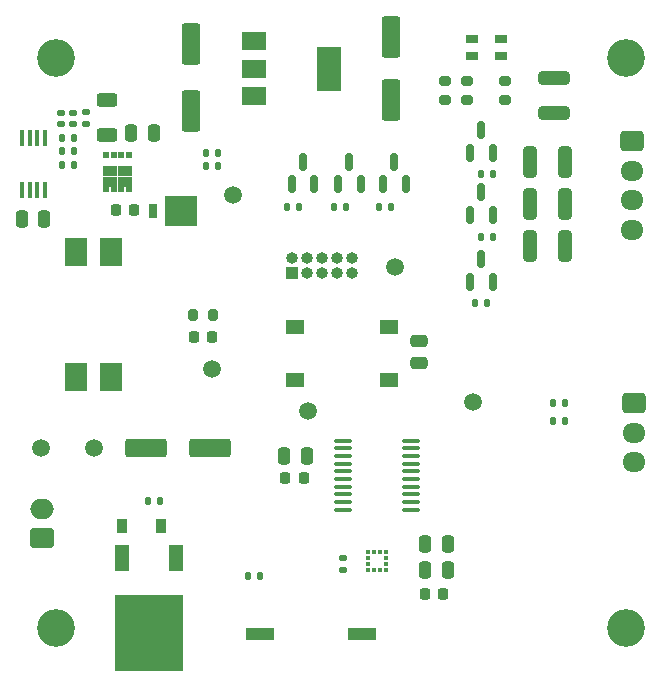
<source format=gts>
%TF.GenerationSoftware,KiCad,Pcbnew,(6.0.1-0)*%
%TF.CreationDate,2022-04-18T21:10:33-05:00*%
%TF.ProjectId,tackle_sensor_hardware,7461636b-6c65-45f7-9365-6e736f725f68,rev?*%
%TF.SameCoordinates,Original*%
%TF.FileFunction,Soldermask,Top*%
%TF.FilePolarity,Negative*%
%FSLAX46Y46*%
G04 Gerber Fmt 4.6, Leading zero omitted, Abs format (unit mm)*
G04 Created by KiCad (PCBNEW (6.0.1-0)) date 2022-04-18 21:10:33*
%MOMM*%
%LPD*%
G01*
G04 APERTURE LIST*
G04 Aperture macros list*
%AMRoundRect*
0 Rectangle with rounded corners*
0 $1 Rounding radius*
0 $2 $3 $4 $5 $6 $7 $8 $9 X,Y pos of 4 corners*
0 Add a 4 corners polygon primitive as box body*
4,1,4,$2,$3,$4,$5,$6,$7,$8,$9,$2,$3,0*
0 Add four circle primitives for the rounded corners*
1,1,$1+$1,$2,$3*
1,1,$1+$1,$4,$5*
1,1,$1+$1,$6,$7*
1,1,$1+$1,$8,$9*
0 Add four rect primitives between the rounded corners*
20,1,$1+$1,$2,$3,$4,$5,0*
20,1,$1+$1,$4,$5,$6,$7,0*
20,1,$1+$1,$6,$7,$8,$9,0*
20,1,$1+$1,$8,$9,$2,$3,0*%
G04 Aperture macros list end*
%ADD10RoundRect,0.250000X-0.725000X0.600000X-0.725000X-0.600000X0.725000X-0.600000X0.725000X0.600000X0*%
%ADD11O,1.950000X1.700000*%
%ADD12RoundRect,0.100000X-0.637500X-0.100000X0.637500X-0.100000X0.637500X0.100000X-0.637500X0.100000X0*%
%ADD13C,3.200000*%
%ADD14RoundRect,0.250000X0.750000X-0.600000X0.750000X0.600000X-0.750000X0.600000X-0.750000X-0.600000X0*%
%ADD15O,2.000000X1.700000*%
%ADD16RoundRect,0.200000X-0.200000X-0.275000X0.200000X-0.275000X0.200000X0.275000X-0.200000X0.275000X0*%
%ADD17RoundRect,0.135000X-0.135000X-0.185000X0.135000X-0.185000X0.135000X0.185000X-0.135000X0.185000X0*%
%ADD18RoundRect,0.150000X0.150000X-0.587500X0.150000X0.587500X-0.150000X0.587500X-0.150000X-0.587500X0*%
%ADD19C,1.500000*%
%ADD20RoundRect,0.135000X0.135000X0.185000X-0.135000X0.185000X-0.135000X-0.185000X0.135000X-0.185000X0*%
%ADD21R,2.440000X1.120000*%
%ADD22R,0.450000X1.450000*%
%ADD23RoundRect,0.140000X0.170000X-0.140000X0.170000X0.140000X-0.170000X0.140000X-0.170000X-0.140000X0*%
%ADD24RoundRect,0.225000X-0.225000X-0.250000X0.225000X-0.250000X0.225000X0.250000X-0.225000X0.250000X0*%
%ADD25RoundRect,0.250000X-0.250000X-0.475000X0.250000X-0.475000X0.250000X0.475000X-0.250000X0.475000X0*%
%ADD26R,0.500000X0.630000*%
%ADD27R,1.230000X0.950000*%
%ADD28RoundRect,0.200000X-0.275000X0.200000X-0.275000X-0.200000X0.275000X-0.200000X0.275000X0.200000X0*%
%ADD29RoundRect,0.135000X0.185000X-0.135000X0.185000X0.135000X-0.185000X0.135000X-0.185000X-0.135000X0*%
%ADD30RoundRect,0.250000X0.250000X0.475000X-0.250000X0.475000X-0.250000X-0.475000X0.250000X-0.475000X0*%
%ADD31R,1.550000X1.300000*%
%ADD32R,0.350000X0.375000*%
%ADD33R,0.375000X0.350000*%
%ADD34RoundRect,0.250000X-0.312500X-1.075000X0.312500X-1.075000X0.312500X1.075000X-0.312500X1.075000X0*%
%ADD35RoundRect,0.225000X0.225000X0.250000X-0.225000X0.250000X-0.225000X-0.250000X0.225000X-0.250000X0*%
%ADD36RoundRect,0.135000X-0.185000X0.135000X-0.185000X-0.135000X0.185000X-0.135000X0.185000X0.135000X0*%
%ADD37R,1.955800X2.362200*%
%ADD38R,1.200000X2.200000*%
%ADD39R,5.800000X6.400000*%
%ADD40RoundRect,0.140000X-0.140000X-0.170000X0.140000X-0.170000X0.140000X0.170000X-0.140000X0.170000X0*%
%ADD41RoundRect,0.218750X0.218750X0.256250X-0.218750X0.256250X-0.218750X-0.256250X0.218750X-0.256250X0*%
%ADD42RoundRect,0.250000X0.625000X-0.312500X0.625000X0.312500X-0.625000X0.312500X-0.625000X-0.312500X0*%
%ADD43R,1.000000X1.000000*%
%ADD44O,1.000000X1.000000*%
%ADD45RoundRect,0.250000X0.550000X-1.500000X0.550000X1.500000X-0.550000X1.500000X-0.550000X-1.500000X0*%
%ADD46R,2.000000X1.500000*%
%ADD47R,2.000000X3.800000*%
%ADD48RoundRect,0.250000X-1.500000X-0.550000X1.500000X-0.550000X1.500000X0.550000X-1.500000X0.550000X0*%
%ADD49R,2.670000X2.540000*%
%ADD50R,0.762000X1.270000*%
%ADD51R,0.900000X1.200000*%
%ADD52RoundRect,0.250000X-1.075000X0.312500X-1.075000X-0.312500X1.075000X-0.312500X1.075000X0.312500X0*%
%ADD53RoundRect,0.250000X0.475000X-0.250000X0.475000X0.250000X-0.475000X0.250000X-0.475000X-0.250000X0*%
%ADD54R,1.000000X0.800000*%
G04 APERTURE END LIST*
D10*
%TO.C,J3*%
X173990000Y-103505000D03*
D11*
X173990000Y-106005000D03*
X173990000Y-108505000D03*
%TD*%
D12*
%TO.C,U2*%
X149410500Y-106676000D03*
X149410500Y-107326000D03*
X149410500Y-107976000D03*
X149410500Y-108626000D03*
X149410500Y-109276000D03*
X149410500Y-109926000D03*
X149410500Y-110576000D03*
X149410500Y-111226000D03*
X149410500Y-111876000D03*
X149410500Y-112526000D03*
X155135500Y-112526000D03*
X155135500Y-111876000D03*
X155135500Y-111226000D03*
X155135500Y-110576000D03*
X155135500Y-109926000D03*
X155135500Y-109276000D03*
X155135500Y-108626000D03*
X155135500Y-107976000D03*
X155135500Y-107326000D03*
X155135500Y-106676000D03*
%TD*%
D13*
%TO.C,H3*%
X125095000Y-122555000D03*
%TD*%
D14*
%TO.C,J1*%
X123935000Y-114935000D03*
D15*
X123935000Y-112435000D03*
%TD*%
D16*
%TO.C,R19*%
X136716000Y-96012000D03*
X138366000Y-96012000D03*
%TD*%
D17*
%TO.C,R22*%
X167130000Y-103505000D03*
X168150000Y-103505000D03*
%TD*%
D18*
%TO.C,Q7*%
X145039000Y-84963000D03*
X146939000Y-84963000D03*
X145989000Y-83088000D03*
%TD*%
D19*
%TO.C,TP1*%
X123825000Y-107315000D03*
%TD*%
D13*
%TO.C,H4*%
X173355000Y-122555000D03*
%TD*%
D20*
%TO.C,R7*%
X138815000Y-83439000D03*
X137795000Y-83439000D03*
%TD*%
D18*
%TO.C,Q3*%
X160152000Y-87551500D03*
X162052000Y-87551500D03*
X161102000Y-85676500D03*
%TD*%
D17*
%TO.C,R1*%
X132840000Y-111760000D03*
X133860000Y-111760000D03*
%TD*%
D21*
%TO.C,SW2*%
X142380000Y-123063000D03*
X150990000Y-123063000D03*
%TD*%
D18*
%TO.C,Q2*%
X160152000Y-82296000D03*
X162052000Y-82296000D03*
X161102000Y-80421000D03*
%TD*%
D22*
%TO.C,U3*%
X124165000Y-81071000D03*
X123515000Y-81071000D03*
X122865000Y-81071000D03*
X122215000Y-81071000D03*
X122215000Y-85471000D03*
X122865000Y-85471000D03*
X123515000Y-85471000D03*
X124165000Y-85471000D03*
%TD*%
D17*
%TO.C,R12*%
X148590000Y-86868000D03*
X149610000Y-86868000D03*
%TD*%
D23*
%TO.C,C7*%
X126492000Y-79883000D03*
X126492000Y-78923000D03*
%TD*%
D10*
%TO.C,J2*%
X173880000Y-81340000D03*
D11*
X173880000Y-83840000D03*
X173880000Y-86340000D03*
X173880000Y-88840000D03*
%TD*%
D24*
%TO.C,C3*%
X156311000Y-119634000D03*
X157861000Y-119634000D03*
%TD*%
D25*
%TO.C,C2*%
X156342000Y-115443000D03*
X158242000Y-115443000D03*
%TD*%
D17*
%TO.C,R3*%
X125603000Y-81026000D03*
X126623000Y-81026000D03*
%TD*%
%TO.C,R16*%
X161032000Y-84074000D03*
X162052000Y-84074000D03*
%TD*%
D26*
%TO.C,Q9*%
X131272000Y-82507000D03*
X130632000Y-82507000D03*
X129972000Y-82507000D03*
X129332000Y-82507000D03*
X129972000Y-85387000D03*
D27*
X129692000Y-84807000D03*
D26*
X130632000Y-85387000D03*
X131272000Y-85387000D03*
D27*
X130912000Y-83857000D03*
X130912000Y-84807000D03*
X129692000Y-83857000D03*
D26*
X129332000Y-85387000D03*
%TD*%
D18*
%TO.C,Q5*%
X152786000Y-84963000D03*
X154686000Y-84963000D03*
X153736000Y-83088000D03*
%TD*%
D17*
%TO.C,R17*%
X161032000Y-89408000D03*
X162052000Y-89408000D03*
%TD*%
D28*
%TO.C,R11*%
X163068000Y-76200000D03*
X163068000Y-77850000D03*
%TD*%
D29*
%TO.C,R4*%
X127635000Y-78867000D03*
X127635000Y-79887000D03*
%TD*%
D19*
%TO.C,TP11*%
X138303000Y-100584000D03*
%TD*%
D30*
%TO.C,C15*%
X146299000Y-107950000D03*
X144399000Y-107950000D03*
%TD*%
D31*
%TO.C,SW1*%
X153289000Y-101528000D03*
X145329000Y-101528000D03*
X153289000Y-97028000D03*
X145329000Y-97028000D03*
%TD*%
D32*
%TO.C,U1*%
X153022500Y-116081500D03*
X152522500Y-116081500D03*
X152022500Y-116081500D03*
X151522500Y-116081500D03*
D33*
X151510000Y-116594000D03*
X151510000Y-117094000D03*
D32*
X151522500Y-117606500D03*
X152022500Y-117606500D03*
X152522500Y-117606500D03*
X153022500Y-117606500D03*
D33*
X153035000Y-117094000D03*
X153035000Y-116594000D03*
%TD*%
D34*
%TO.C,R18*%
X165223000Y-83058000D03*
X168148000Y-83058000D03*
%TD*%
D35*
%TO.C,C9*%
X131699000Y-87122000D03*
X130149000Y-87122000D03*
%TD*%
D34*
%TO.C,R23*%
X165223000Y-90170000D03*
X168148000Y-90170000D03*
%TD*%
D17*
%TO.C,R21*%
X167130000Y-105029000D03*
X168150000Y-105029000D03*
%TD*%
D25*
%TO.C,C11*%
X156342000Y-117602000D03*
X158242000Y-117602000D03*
%TD*%
D17*
%TO.C,R9*%
X141351000Y-118110000D03*
X142371000Y-118110000D03*
%TD*%
D36*
%TO.C,R2*%
X149352000Y-116582000D03*
X149352000Y-117602000D03*
%TD*%
D37*
%TO.C,T1*%
X129770000Y-90690700D03*
X126770000Y-90690700D03*
X126770000Y-101333300D03*
X129770000Y-101333300D03*
%TD*%
D17*
%TO.C,R24*%
X160524000Y-94996000D03*
X161544000Y-94996000D03*
%TD*%
%TO.C,R8*%
X137795000Y-82296000D03*
X138815000Y-82296000D03*
%TD*%
%TO.C,R14*%
X144653000Y-86868000D03*
X145673000Y-86868000D03*
%TD*%
%TO.C,R5*%
X125599000Y-82169000D03*
X126619000Y-82169000D03*
%TD*%
D38*
%TO.C,Q1*%
X135250000Y-116660000D03*
D39*
X132970000Y-122960000D03*
D38*
X130690000Y-116660000D03*
%TD*%
D23*
%TO.C,C6*%
X125476000Y-79883000D03*
X125476000Y-78923000D03*
%TD*%
D35*
%TO.C,C16*%
X146063000Y-109855000D03*
X144513000Y-109855000D03*
%TD*%
D28*
%TO.C,R13*%
X159893000Y-76200000D03*
X159893000Y-77850000D03*
%TD*%
D40*
%TO.C,C8*%
X125631000Y-83312000D03*
X126591000Y-83312000D03*
%TD*%
D34*
%TO.C,R20*%
X165223000Y-86614000D03*
X168148000Y-86614000D03*
%TD*%
D41*
%TO.C,D3*%
X138328500Y-97917000D03*
X136753500Y-97917000D03*
%TD*%
D42*
%TO.C,R6*%
X129413000Y-80772000D03*
X129413000Y-77847000D03*
%TD*%
D30*
%TO.C,C5*%
X124079000Y-87884000D03*
X122179000Y-87884000D03*
%TD*%
D43*
%TO.C,J4*%
X145034000Y-92456000D03*
D44*
X145034000Y-91186000D03*
X146304000Y-92456000D03*
X146304000Y-91186000D03*
X147574000Y-92456000D03*
X147574000Y-91186000D03*
X148844000Y-92456000D03*
X148844000Y-91186000D03*
X150114000Y-92456000D03*
X150114000Y-91186000D03*
%TD*%
D45*
%TO.C,C10*%
X136525000Y-78740000D03*
X136525000Y-73140000D03*
%TD*%
D46*
%TO.C,U4*%
X141884000Y-72884000D03*
X141884000Y-75184000D03*
D47*
X148184000Y-75184000D03*
D46*
X141884000Y-77484000D03*
%TD*%
D18*
%TO.C,Q6*%
X148976000Y-84963000D03*
X150876000Y-84963000D03*
X149926000Y-83088000D03*
%TD*%
D30*
%TO.C,C12*%
X133350000Y-80645000D03*
X131450000Y-80645000D03*
%TD*%
D45*
%TO.C,C13*%
X153416000Y-77884000D03*
X153416000Y-72484000D03*
%TD*%
D19*
%TO.C,TP2*%
X153797000Y-91948000D03*
%TD*%
%TO.C,TP10*%
X140081000Y-85852000D03*
%TD*%
D48*
%TO.C,C4*%
X132715000Y-107315000D03*
X138115000Y-107315000D03*
%TD*%
D13*
%TO.C,H2*%
X173355000Y-74295000D03*
%TD*%
D49*
%TO.C,D1*%
X135636000Y-87249000D03*
D50*
X133285000Y-87249000D03*
%TD*%
D17*
%TO.C,R10*%
X152400000Y-86868000D03*
X153420000Y-86868000D03*
%TD*%
D19*
%TO.C,TP3*%
X128270000Y-107315000D03*
%TD*%
D51*
%TO.C,D4*%
X130685000Y-113875000D03*
X133985000Y-113875000D03*
%TD*%
D28*
%TO.C,R15*%
X157988000Y-76201000D03*
X157988000Y-77851000D03*
%TD*%
D13*
%TO.C,H1*%
X125095000Y-74295000D03*
%TD*%
D52*
%TO.C,F1*%
X167259000Y-76007500D03*
X167259000Y-78932500D03*
%TD*%
D18*
%TO.C,Q4*%
X160152000Y-93218000D03*
X162052000Y-93218000D03*
X161102000Y-91343000D03*
%TD*%
D19*
%TO.C,TP15*%
X146431000Y-104140000D03*
%TD*%
D53*
%TO.C,C1*%
X155829000Y-100137000D03*
X155829000Y-98237000D03*
%TD*%
D54*
%TO.C,D2*%
X162794000Y-74106000D03*
X162794000Y-72706000D03*
X160294000Y-72706000D03*
X160294000Y-74106000D03*
%TD*%
D19*
%TO.C,TP12*%
X160401000Y-103378000D03*
%TD*%
M02*

</source>
